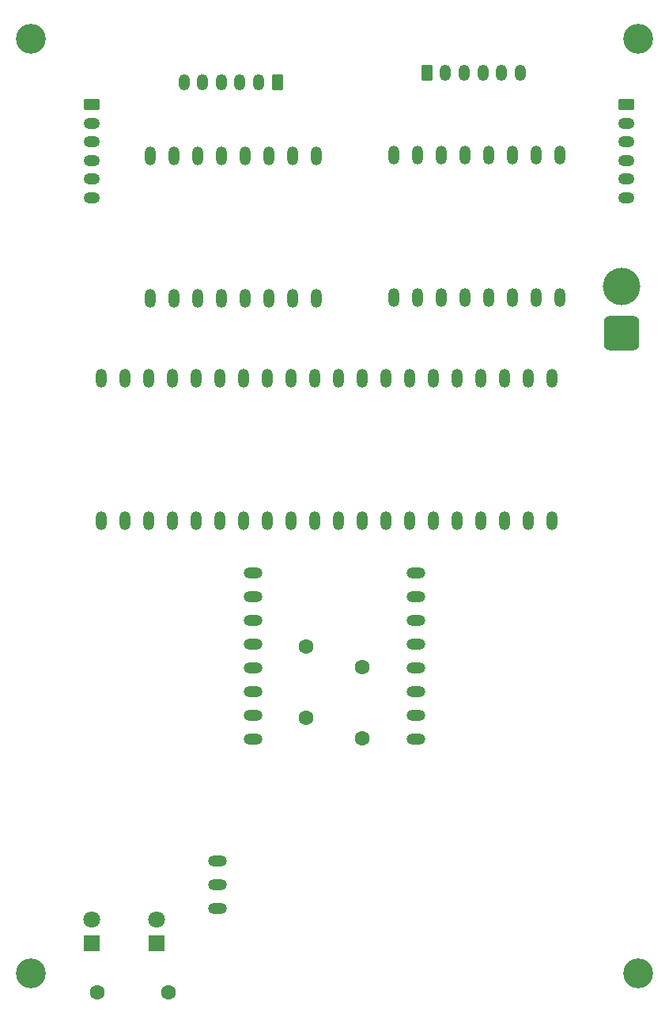
<source format=gbr>
%TF.GenerationSoftware,KiCad,Pcbnew,9.0.5*%
%TF.CreationDate,2025-10-05T20:14:22+01:00*%
%TF.ProjectId,Board,426f6172-642e-46b6-9963-61645f706362,v1*%
%TF.SameCoordinates,Original*%
%TF.FileFunction,Soldermask,Bot*%
%TF.FilePolarity,Negative*%
%FSLAX46Y46*%
G04 Gerber Fmt 4.6, Leading zero omitted, Abs format (unit mm)*
G04 Created by KiCad (PCBNEW 9.0.5) date 2025-10-05 20:14:22*
%MOMM*%
%LPD*%
G01*
G04 APERTURE LIST*
G04 Aperture macros list*
%AMRoundRect*
0 Rectangle with rounded corners*
0 $1 Rounding radius*
0 $2 $3 $4 $5 $6 $7 $8 $9 X,Y pos of 4 corners*
0 Add a 4 corners polygon primitive as box body*
4,1,4,$2,$3,$4,$5,$6,$7,$8,$9,$2,$3,0*
0 Add four circle primitives for the rounded corners*
1,1,$1+$1,$2,$3*
1,1,$1+$1,$4,$5*
1,1,$1+$1,$6,$7*
1,1,$1+$1,$8,$9*
0 Add four rect primitives between the rounded corners*
20,1,$1+$1,$2,$3,$4,$5,0*
20,1,$1+$1,$4,$5,$6,$7,0*
20,1,$1+$1,$6,$7,$8,$9,0*
20,1,$1+$1,$8,$9,$2,$3,0*%
G04 Aperture macros list end*
%ADD10O,1.750000X1.200000*%
%ADD11RoundRect,0.250000X-0.625000X0.350000X-0.625000X-0.350000X0.625000X-0.350000X0.625000X0.350000X0*%
%ADD12C,3.200000*%
%ADD13C,1.600000*%
%ADD14O,2.000000X1.200000*%
%ADD15O,1.200000X2.000000*%
%ADD16RoundRect,0.250000X-0.350000X-0.625000X0.350000X-0.625000X0.350000X0.625000X-0.350000X0.625000X0*%
%ADD17O,1.200000X1.750000*%
%ADD18C,4.000000*%
%ADD19RoundRect,0.760000X1.140000X-1.140000X1.140000X1.140000X-1.140000X1.140000X-1.140000X-1.140000X0*%
%ADD20R,1.800000X1.800000*%
%ADD21C,1.800000*%
%ADD22RoundRect,0.250000X0.350000X0.625000X-0.350000X0.625000X-0.350000X-0.625000X0.350000X-0.625000X0*%
G04 APERTURE END LIST*
D10*
%TO.C,MJ4*%
X109000000Y-57000000D03*
X109000000Y-55000000D03*
X109000000Y-53000000D03*
X109000000Y-51000000D03*
X109000000Y-49000000D03*
D11*
X109000000Y-47000000D03*
%TD*%
D12*
%TO.C,REF\u002A\u002A*%
X102500000Y-40000000D03*
%TD*%
%TO.C,REF\u002A\u002A*%
X167500000Y-40000000D03*
%TD*%
%TO.C,REF\u002A\u002A*%
X102500000Y-140000000D03*
%TD*%
%TO.C,REF\u002A\u002A*%
X167500000Y-140000000D03*
%TD*%
D13*
%TO.C,R1*%
X109647540Y-141972470D03*
X117267540Y-141972470D03*
%TD*%
D14*
%TO.C,RS1*%
X122462868Y-127961715D03*
X122462868Y-130501715D03*
X122462868Y-133041715D03*
%TD*%
D15*
%TO.C,DR2*%
X125420000Y-52500000D03*
X127960000Y-52500000D03*
X122880000Y-52500000D03*
X120340000Y-52500000D03*
X117800000Y-52500000D03*
X117800000Y-67740000D03*
X120340000Y-67740000D03*
X122880000Y-67740000D03*
X115260000Y-67740000D03*
X115260000Y-52500000D03*
X125420000Y-67740000D03*
X130500000Y-52500000D03*
X127960000Y-67740000D03*
X130500000Y-67740000D03*
X133040000Y-67740000D03*
X133040000Y-52500000D03*
%TD*%
D16*
%TO.C,MJ2*%
X144890000Y-43620000D03*
D17*
X146890000Y-43620000D03*
X148890000Y-43620000D03*
X150890000Y-43620000D03*
X152890000Y-43620000D03*
X154890000Y-43620000D03*
%TD*%
D13*
%TO.C,R3*%
X138000000Y-114810000D03*
X138000000Y-107190000D03*
%TD*%
D15*
%TO.C,U1*%
X158320000Y-76280000D03*
X155780000Y-76280000D03*
X153240000Y-76280000D03*
X150700000Y-76280000D03*
X148160000Y-76280000D03*
X145620000Y-76280000D03*
X143080000Y-76280000D03*
X140540000Y-76280000D03*
X138000000Y-76280000D03*
X135460000Y-76280000D03*
X132920000Y-76280000D03*
X130380000Y-76280000D03*
X127840000Y-76280000D03*
X125300000Y-76280000D03*
X122760000Y-76280000D03*
X120220000Y-76280000D03*
X117680000Y-76280000D03*
X112600000Y-76280000D03*
X115140000Y-76280000D03*
X110060000Y-91500000D03*
X112600000Y-91500000D03*
X115140000Y-91500000D03*
X117680000Y-91500000D03*
X120220000Y-91500000D03*
X122760000Y-91500000D03*
X125300000Y-91500000D03*
X127840000Y-91500000D03*
X130380000Y-91500000D03*
X132920000Y-91500000D03*
X135460000Y-91500000D03*
X138000000Y-91500000D03*
X140540000Y-91500000D03*
X143080000Y-91500000D03*
X145620000Y-91500000D03*
X148160000Y-91500000D03*
X150700000Y-91500000D03*
X155780000Y-91500000D03*
X158320000Y-91500000D03*
X110060000Y-76280000D03*
X153240000Y-91500000D03*
%TD*%
D18*
%TO.C,J1*%
X165750000Y-66500000D03*
D19*
X165750000Y-71500000D03*
%TD*%
D20*
%TO.C,D2*%
X115994869Y-136759430D03*
D21*
X115994869Y-134219430D03*
%TD*%
D22*
%TO.C,MJ3*%
X128890000Y-44620000D03*
D17*
X126890000Y-44620000D03*
X124890000Y-44620000D03*
X122890000Y-44620000D03*
X120890000Y-44620000D03*
X118890000Y-44620000D03*
%TD*%
D20*
%TO.C,D1*%
X108999691Y-136759430D03*
D21*
X108999691Y-134219430D03*
%TD*%
D10*
%TO.C,MJ1*%
X166250000Y-57000000D03*
X166250000Y-55000000D03*
X166250000Y-53000000D03*
X166250000Y-51000000D03*
X166250000Y-49000000D03*
D11*
X166250000Y-47000000D03*
%TD*%
D13*
%TO.C,R2*%
X131975312Y-112598279D03*
X131975312Y-104978279D03*
%TD*%
D14*
%TO.C,S1*%
X126250000Y-107270000D03*
X126250000Y-104730000D03*
X126250000Y-102190000D03*
X126250000Y-97110000D03*
X126250000Y-99650000D03*
X126250000Y-109810000D03*
X126250000Y-112350000D03*
X126250000Y-114890000D03*
%TD*%
%TO.C,S2*%
X143750000Y-104730000D03*
X143750000Y-107270000D03*
X143750000Y-109810000D03*
X143750000Y-114890000D03*
X143750000Y-112350000D03*
X143750000Y-102190000D03*
X143750000Y-99650000D03*
X143750000Y-97110000D03*
%TD*%
D15*
%TO.C,DR1*%
X151510000Y-52380000D03*
X154050000Y-52380000D03*
X148970000Y-52380000D03*
X146430000Y-52380000D03*
X143890000Y-52380000D03*
X143890000Y-67620000D03*
X146430000Y-67620000D03*
X148970000Y-67620000D03*
X141350000Y-67620000D03*
X141350000Y-52380000D03*
X151510000Y-67620000D03*
X156590000Y-52380000D03*
X154050000Y-67620000D03*
X156590000Y-67620000D03*
X159130000Y-67620000D03*
X159130000Y-52380000D03*
%TD*%
M02*

</source>
